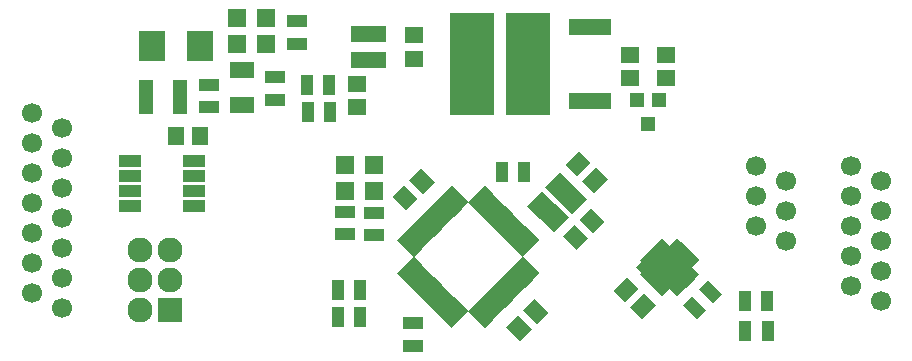
<source format=gbr>
G04 #@! TF.FileFunction,Soldermask,Top*
%FSLAX46Y46*%
G04 Gerber Fmt 4.6, Leading zero omitted, Abs format (unit mm)*
G04 Created by KiCad (PCBNEW 4.0.7-e2-6376~58~ubuntu16.04.1) date Fri Jan 19 22:13:33 2018*
%MOMM*%
%LPD*%
G01*
G04 APERTURE LIST*
%ADD10C,0.100000*%
%ADD11C,1.700000*%
%ADD12R,2.127200X2.127200*%
%ADD13O,2.127200X2.127200*%
%ADD14R,2.000000X1.400000*%
%ADD15R,1.400000X1.650000*%
%ADD16R,1.650000X1.400000*%
%ADD17R,2.178000X2.559000*%
%ADD18R,1.600000X1.600000*%
%ADD19R,1.300000X2.900000*%
%ADD20R,3.700000X8.600000*%
%ADD21R,1.100000X1.700000*%
%ADD22R,1.700000X1.100000*%
%ADD23R,3.600000X1.400000*%
%ADD24R,1.950000X1.000000*%
%ADD25R,1.050000X1.460000*%
%ADD26R,1.200000X1.300000*%
G04 APERTURE END LIST*
D10*
G36*
X174886445Y-66023719D02*
X173719719Y-67190445D01*
X172729769Y-66200495D01*
X173896495Y-65033769D01*
X174886445Y-66023719D01*
X174886445Y-66023719D01*
G37*
G36*
X173472231Y-64609505D02*
X172305505Y-65776231D01*
X171315555Y-64786281D01*
X172482281Y-63619555D01*
X173472231Y-64609505D01*
X173472231Y-64609505D01*
G37*
D11*
X122047000Y-54864000D03*
X122047000Y-52324000D03*
X122047000Y-49784000D03*
X122047000Y-57404000D03*
X124587000Y-51054000D03*
X124587000Y-53594000D03*
X124587000Y-56134000D03*
X124587000Y-58674000D03*
X122047000Y-59944000D03*
X124587000Y-61214000D03*
X122047000Y-62484000D03*
X124587000Y-63754000D03*
X122047000Y-65024000D03*
X124587000Y-66294000D03*
X191389000Y-59309000D03*
X191389000Y-56769000D03*
X191389000Y-54229000D03*
X191389000Y-61849000D03*
X193929000Y-55499000D03*
X193929000Y-58039000D03*
X193929000Y-60579000D03*
X193929000Y-63119000D03*
X191389000Y-64389000D03*
X193929000Y-65659000D03*
D12*
X133731000Y-66421000D03*
D13*
X131191000Y-66421000D03*
X133731000Y-63881000D03*
X131191000Y-63881000D03*
X133731000Y-61341000D03*
X131191000Y-61341000D03*
D10*
G36*
X163393174Y-69040552D02*
X162226448Y-67873826D01*
X163216398Y-66883876D01*
X164383124Y-68050602D01*
X163393174Y-69040552D01*
X163393174Y-69040552D01*
G37*
G36*
X164807388Y-67626338D02*
X163640662Y-66459612D01*
X164630612Y-65469662D01*
X165797338Y-66636388D01*
X164807388Y-67626338D01*
X164807388Y-67626338D01*
G37*
G36*
X154978612Y-54420662D02*
X156145338Y-55587388D01*
X155155388Y-56577338D01*
X153988662Y-55410612D01*
X154978612Y-54420662D01*
X154978612Y-54420662D01*
G37*
G36*
X153564398Y-55834876D02*
X154731124Y-57001602D01*
X153741174Y-57991552D01*
X152574448Y-56824826D01*
X153564398Y-55834876D01*
X153564398Y-55834876D01*
G37*
D14*
X139827000Y-49101000D03*
X139827000Y-46101000D03*
D15*
X136255000Y-51689000D03*
X134255000Y-51689000D03*
D16*
X154432000Y-45180000D03*
X154432000Y-43180000D03*
X149606000Y-47260000D03*
X149606000Y-49260000D03*
D10*
G36*
X167251555Y-54118281D02*
X168418281Y-52951555D01*
X169408231Y-53941505D01*
X168241505Y-55108231D01*
X167251555Y-54118281D01*
X167251555Y-54118281D01*
G37*
G36*
X168665769Y-55532495D02*
X169832495Y-54365769D01*
X170822445Y-55355719D01*
X169655719Y-56522445D01*
X168665769Y-55532495D01*
X168665769Y-55532495D01*
G37*
G36*
X168164281Y-61348445D02*
X166997555Y-60181719D01*
X167987505Y-59191769D01*
X169154231Y-60358495D01*
X168164281Y-61348445D01*
X168164281Y-61348445D01*
G37*
G36*
X169578495Y-59934231D02*
X168411769Y-58767505D01*
X169401719Y-57777555D01*
X170568445Y-58944281D01*
X169578495Y-59934231D01*
X169578495Y-59934231D01*
G37*
D16*
X172738166Y-46816238D03*
X172738166Y-44816238D03*
X175786166Y-46816238D03*
X175786166Y-44816238D03*
D17*
X136271000Y-44069000D03*
X132207000Y-44069000D03*
D18*
X139446000Y-43899000D03*
X139446000Y-41699000D03*
X141859000Y-43899000D03*
X141859000Y-41699000D03*
X151003000Y-56345000D03*
X151003000Y-54145000D03*
X148590000Y-56345000D03*
X148590000Y-54145000D03*
D19*
X131699000Y-48387000D03*
X134599000Y-48387000D03*
D10*
G36*
X161069964Y-67249066D02*
X160398212Y-67920818D01*
X158983998Y-66506604D01*
X159655750Y-65834852D01*
X161069964Y-67249066D01*
X161069964Y-67249066D01*
G37*
G36*
X161635649Y-66683380D02*
X160963897Y-67355132D01*
X159549683Y-65940918D01*
X160221435Y-65269166D01*
X161635649Y-66683380D01*
X161635649Y-66683380D01*
G37*
G36*
X162201335Y-66117695D02*
X161529583Y-66789447D01*
X160115369Y-65375233D01*
X160787121Y-64703481D01*
X162201335Y-66117695D01*
X162201335Y-66117695D01*
G37*
G36*
X162767020Y-65552010D02*
X162095268Y-66223762D01*
X160681054Y-64809548D01*
X161352806Y-64137796D01*
X162767020Y-65552010D01*
X162767020Y-65552010D01*
G37*
G36*
X163332706Y-64986324D02*
X162660954Y-65658076D01*
X161246740Y-64243862D01*
X161918492Y-63572110D01*
X163332706Y-64986324D01*
X163332706Y-64986324D01*
G37*
G36*
X163898391Y-64420639D02*
X163226639Y-65092391D01*
X161812425Y-63678177D01*
X162484177Y-63006425D01*
X163898391Y-64420639D01*
X163898391Y-64420639D01*
G37*
G36*
X164464076Y-63854953D02*
X163792324Y-64526705D01*
X162378110Y-63112491D01*
X163049862Y-62440739D01*
X164464076Y-63854953D01*
X164464076Y-63854953D01*
G37*
G36*
X165029762Y-63289268D02*
X164358010Y-63961020D01*
X162943796Y-62546806D01*
X163615548Y-61875054D01*
X165029762Y-63289268D01*
X165029762Y-63289268D01*
G37*
G36*
X164358010Y-59824444D02*
X165029762Y-60496196D01*
X163615548Y-61910410D01*
X162943796Y-61238658D01*
X164358010Y-59824444D01*
X164358010Y-59824444D01*
G37*
G36*
X163792324Y-59258759D02*
X164464076Y-59930511D01*
X163049862Y-61344725D01*
X162378110Y-60672973D01*
X163792324Y-59258759D01*
X163792324Y-59258759D01*
G37*
G36*
X163226639Y-58693073D02*
X163898391Y-59364825D01*
X162484177Y-60779039D01*
X161812425Y-60107287D01*
X163226639Y-58693073D01*
X163226639Y-58693073D01*
G37*
G36*
X162660954Y-58127388D02*
X163332706Y-58799140D01*
X161918492Y-60213354D01*
X161246740Y-59541602D01*
X162660954Y-58127388D01*
X162660954Y-58127388D01*
G37*
G36*
X162095268Y-57561702D02*
X162767020Y-58233454D01*
X161352806Y-59647668D01*
X160681054Y-58975916D01*
X162095268Y-57561702D01*
X162095268Y-57561702D01*
G37*
G36*
X161529583Y-56996017D02*
X162201335Y-57667769D01*
X160787121Y-59081983D01*
X160115369Y-58410231D01*
X161529583Y-56996017D01*
X161529583Y-56996017D01*
G37*
G36*
X160963897Y-56430332D02*
X161635649Y-57102084D01*
X160221435Y-58516298D01*
X159549683Y-57844546D01*
X160963897Y-56430332D01*
X160963897Y-56430332D01*
G37*
G36*
X160398212Y-55864646D02*
X161069964Y-56536398D01*
X159655750Y-57950612D01*
X158983998Y-57278860D01*
X160398212Y-55864646D01*
X160398212Y-55864646D01*
G37*
G36*
X159019354Y-57278860D02*
X158347602Y-57950612D01*
X156933388Y-56536398D01*
X157605140Y-55864646D01*
X159019354Y-57278860D01*
X159019354Y-57278860D01*
G37*
G36*
X158453669Y-57844546D02*
X157781917Y-58516298D01*
X156367703Y-57102084D01*
X157039455Y-56430332D01*
X158453669Y-57844546D01*
X158453669Y-57844546D01*
G37*
G36*
X157887983Y-58410231D02*
X157216231Y-59081983D01*
X155802017Y-57667769D01*
X156473769Y-56996017D01*
X157887983Y-58410231D01*
X157887983Y-58410231D01*
G37*
G36*
X157322298Y-58975916D02*
X156650546Y-59647668D01*
X155236332Y-58233454D01*
X155908084Y-57561702D01*
X157322298Y-58975916D01*
X157322298Y-58975916D01*
G37*
G36*
X156756612Y-59541602D02*
X156084860Y-60213354D01*
X154670646Y-58799140D01*
X155342398Y-58127388D01*
X156756612Y-59541602D01*
X156756612Y-59541602D01*
G37*
G36*
X156190927Y-60107287D02*
X155519175Y-60779039D01*
X154104961Y-59364825D01*
X154776713Y-58693073D01*
X156190927Y-60107287D01*
X156190927Y-60107287D01*
G37*
G36*
X155625242Y-60672973D02*
X154953490Y-61344725D01*
X153539276Y-59930511D01*
X154211028Y-59258759D01*
X155625242Y-60672973D01*
X155625242Y-60672973D01*
G37*
G36*
X155059556Y-61238658D02*
X154387804Y-61910410D01*
X152973590Y-60496196D01*
X153645342Y-59824444D01*
X155059556Y-61238658D01*
X155059556Y-61238658D01*
G37*
G36*
X154387804Y-61875054D02*
X155059556Y-62546806D01*
X153645342Y-63961020D01*
X152973590Y-63289268D01*
X154387804Y-61875054D01*
X154387804Y-61875054D01*
G37*
G36*
X154953490Y-62440739D02*
X155625242Y-63112491D01*
X154211028Y-64526705D01*
X153539276Y-63854953D01*
X154953490Y-62440739D01*
X154953490Y-62440739D01*
G37*
G36*
X155519175Y-63006425D02*
X156190927Y-63678177D01*
X154776713Y-65092391D01*
X154104961Y-64420639D01*
X155519175Y-63006425D01*
X155519175Y-63006425D01*
G37*
G36*
X156084860Y-63572110D02*
X156756612Y-64243862D01*
X155342398Y-65658076D01*
X154670646Y-64986324D01*
X156084860Y-63572110D01*
X156084860Y-63572110D01*
G37*
G36*
X156650546Y-64137796D02*
X157322298Y-64809548D01*
X155908084Y-66223762D01*
X155236332Y-65552010D01*
X156650546Y-64137796D01*
X156650546Y-64137796D01*
G37*
G36*
X157216231Y-64703481D02*
X157887983Y-65375233D01*
X156473769Y-66789447D01*
X155802017Y-66117695D01*
X157216231Y-64703481D01*
X157216231Y-64703481D01*
G37*
G36*
X157781917Y-65269166D02*
X158453669Y-65940918D01*
X157039455Y-67355132D01*
X156367703Y-66683380D01*
X157781917Y-65269166D01*
X157781917Y-65269166D01*
G37*
G36*
X158347602Y-65834852D02*
X159019354Y-66506604D01*
X157605140Y-67920818D01*
X156933388Y-67249066D01*
X158347602Y-65834852D01*
X158347602Y-65834852D01*
G37*
D20*
X159321000Y-45593000D03*
X164021000Y-45593000D03*
D21*
X163764000Y-54737000D03*
X161864000Y-54737000D03*
D22*
X144526000Y-41976000D03*
X144526000Y-43876000D03*
D21*
X145415000Y-49657000D03*
X147315000Y-49657000D03*
X145354000Y-47371000D03*
X147254000Y-47371000D03*
D23*
X169291000Y-48693000D03*
X169291000Y-42493000D03*
D22*
X142621000Y-48636000D03*
X142621000Y-46736000D03*
D21*
X147960000Y-64770000D03*
X149860000Y-64770000D03*
X147960000Y-67056000D03*
X149860000Y-67056000D03*
D22*
X154305000Y-69464000D03*
X154305000Y-67564000D03*
X151003000Y-58171000D03*
X151003000Y-60071000D03*
X148590000Y-58105000D03*
X148590000Y-60005000D03*
D10*
G36*
X179275619Y-63870300D02*
X180477700Y-65072381D01*
X179699883Y-65850198D01*
X178497802Y-64648117D01*
X179275619Y-63870300D01*
X179275619Y-63870300D01*
G37*
G36*
X177932117Y-65213802D02*
X179134198Y-66415883D01*
X178356381Y-67193700D01*
X177154300Y-65991619D01*
X177932117Y-65213802D01*
X177932117Y-65213802D01*
G37*
D21*
X182446962Y-68199000D03*
X184346962Y-68199000D03*
X182438000Y-65659000D03*
X184338000Y-65659000D03*
D24*
X135796000Y-57658000D03*
X135796000Y-56388000D03*
X135796000Y-55118000D03*
X135796000Y-53848000D03*
X130396000Y-53848000D03*
X130396000Y-55118000D03*
X130396000Y-56388000D03*
X130396000Y-57658000D03*
D25*
X151511000Y-43053000D03*
X150561000Y-43053000D03*
X149611000Y-43053000D03*
X149611000Y-45253000D03*
X151511000Y-45253000D03*
X150561000Y-45253000D03*
D10*
G36*
X174030096Y-63856571D02*
X173584619Y-63411094D01*
X174256370Y-62739343D01*
X174701847Y-63184820D01*
X174030096Y-63856571D01*
X174030096Y-63856571D01*
G37*
G36*
X174383649Y-64210125D02*
X173938172Y-63764648D01*
X174609923Y-63092897D01*
X175055400Y-63538374D01*
X174383649Y-64210125D01*
X174383649Y-64210125D01*
G37*
G36*
X174737203Y-64563678D02*
X174291726Y-64118201D01*
X174963477Y-63446450D01*
X175408954Y-63891927D01*
X174737203Y-64563678D01*
X174737203Y-64563678D01*
G37*
G36*
X175090756Y-64917232D02*
X174645279Y-64471755D01*
X175317030Y-63800004D01*
X175762507Y-64245481D01*
X175090756Y-64917232D01*
X175090756Y-64917232D01*
G37*
G36*
X175444310Y-65270785D02*
X174998833Y-64825308D01*
X175670584Y-64153557D01*
X176116061Y-64599034D01*
X175444310Y-65270785D01*
X175444310Y-65270785D01*
G37*
G36*
X176695888Y-65270785D02*
X176024137Y-64599034D01*
X176469614Y-64153557D01*
X177141365Y-64825308D01*
X176695888Y-65270785D01*
X176695888Y-65270785D01*
G37*
G36*
X177049442Y-64917232D02*
X176377691Y-64245481D01*
X176823168Y-63800004D01*
X177494919Y-64471755D01*
X177049442Y-64917232D01*
X177049442Y-64917232D01*
G37*
G36*
X177402995Y-64563678D02*
X176731244Y-63891927D01*
X177176721Y-63446450D01*
X177848472Y-64118201D01*
X177402995Y-64563678D01*
X177402995Y-64563678D01*
G37*
G36*
X177756549Y-64210125D02*
X177084798Y-63538374D01*
X177530275Y-63092897D01*
X178202026Y-63764648D01*
X177756549Y-64210125D01*
X177756549Y-64210125D01*
G37*
G36*
X178110102Y-63856571D02*
X177438351Y-63184820D01*
X177883828Y-62739343D01*
X178555579Y-63411094D01*
X178110102Y-63856571D01*
X178110102Y-63856571D01*
G37*
G36*
X177883828Y-62831267D02*
X177438351Y-62385790D01*
X178110102Y-61714039D01*
X178555579Y-62159516D01*
X177883828Y-62831267D01*
X177883828Y-62831267D01*
G37*
G36*
X177530275Y-62477713D02*
X177084798Y-62032236D01*
X177756549Y-61360485D01*
X178202026Y-61805962D01*
X177530275Y-62477713D01*
X177530275Y-62477713D01*
G37*
G36*
X177176721Y-62124160D02*
X176731244Y-61678683D01*
X177402995Y-61006932D01*
X177848472Y-61452409D01*
X177176721Y-62124160D01*
X177176721Y-62124160D01*
G37*
G36*
X176823168Y-61770606D02*
X176377691Y-61325129D01*
X177049442Y-60653378D01*
X177494919Y-61098855D01*
X176823168Y-61770606D01*
X176823168Y-61770606D01*
G37*
G36*
X176469614Y-61417053D02*
X176024137Y-60971576D01*
X176695888Y-60299825D01*
X177141365Y-60745302D01*
X176469614Y-61417053D01*
X176469614Y-61417053D01*
G37*
G36*
X175670584Y-61417053D02*
X174998833Y-60745302D01*
X175444310Y-60299825D01*
X176116061Y-60971576D01*
X175670584Y-61417053D01*
X175670584Y-61417053D01*
G37*
G36*
X175317030Y-61770606D02*
X174645279Y-61098855D01*
X175090756Y-60653378D01*
X175762507Y-61325129D01*
X175317030Y-61770606D01*
X175317030Y-61770606D01*
G37*
G36*
X174963477Y-62124160D02*
X174291726Y-61452409D01*
X174737203Y-61006932D01*
X175408954Y-61678683D01*
X174963477Y-62124160D01*
X174963477Y-62124160D01*
G37*
G36*
X174609923Y-62477713D02*
X173938172Y-61805962D01*
X174383649Y-61360485D01*
X175055400Y-62032236D01*
X174609923Y-62477713D01*
X174609923Y-62477713D01*
G37*
G36*
X174256370Y-62831267D02*
X173584619Y-62159516D01*
X174030096Y-61714039D01*
X174701847Y-62385790D01*
X174256370Y-62831267D01*
X174256370Y-62831267D01*
G37*
G36*
X176070099Y-64588427D02*
X174266977Y-62785305D01*
X176070099Y-60982183D01*
X177873221Y-62785305D01*
X176070099Y-64588427D01*
X176070099Y-64588427D01*
G37*
G36*
X173803822Y-63375739D02*
X173213388Y-62785305D01*
X173803822Y-62194871D01*
X174394256Y-62785305D01*
X173803822Y-63375739D01*
X173803822Y-63375739D01*
G37*
G36*
X166807757Y-54756537D02*
X167939128Y-55887908D01*
X166666335Y-57160701D01*
X165534964Y-56029330D01*
X166807757Y-54756537D01*
X166807757Y-54756537D01*
G37*
G36*
X165252122Y-56312172D02*
X166383493Y-57443543D01*
X165110700Y-58716336D01*
X163979329Y-57584965D01*
X165252122Y-56312172D01*
X165252122Y-56312172D01*
G37*
G36*
X166383493Y-57443543D02*
X167514864Y-58574914D01*
X166242071Y-59847707D01*
X165110700Y-58716336D01*
X166383493Y-57443543D01*
X166383493Y-57443543D01*
G37*
G36*
X167939128Y-55887908D02*
X169070499Y-57019279D01*
X167797706Y-58292072D01*
X166666335Y-57160701D01*
X167939128Y-55887908D01*
X167939128Y-55887908D01*
G37*
D22*
X137033000Y-49271000D03*
X137033000Y-47371000D03*
D26*
X175194000Y-48657000D03*
X173294000Y-48657000D03*
X174244000Y-50657000D03*
D11*
X183388000Y-59309000D03*
X183388000Y-56769000D03*
X183388000Y-54229000D03*
X185928000Y-55499000D03*
X185928000Y-58039000D03*
X185928000Y-60579000D03*
M02*

</source>
